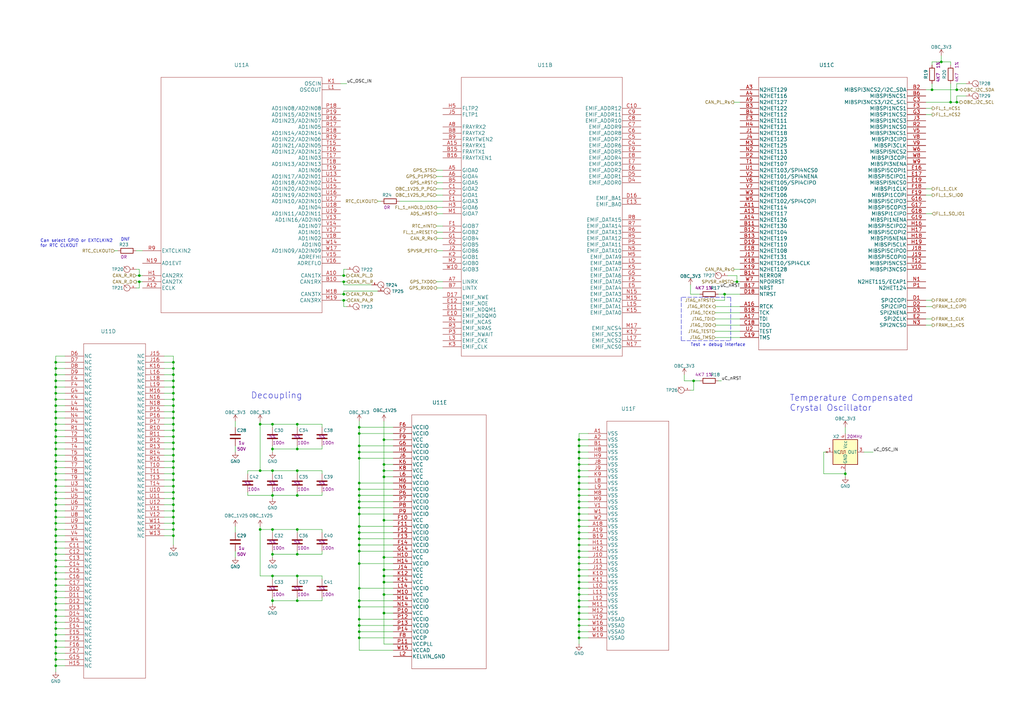
<source format=kicad_sch>
(kicad_sch (version 20211123) (generator eeschema)
  (paper "A3")
  (title_block (title "Singularity OBC - uC") (date "2021-09-20") (rev "PROTO_B_v04") (company "The Flame Trench") (comment 1 "Drawn by:  Ben Cartwright") (comment 2 "Status:  PROTOTYPE") (comment 3 "(c) The Flame Trench 2021") (comment 4 "Licenced under CERN OHLv2-Strong"))
  (junction (at 147.32 210.82))
  (junction (at 302.26 115.57))
  (junction (at 71.12 151.13))
  (junction (at 71.12 181.61))
  (junction (at 22.86 234.95))
  (junction (at 111.76 227.33))
  (junction (at 22.86 229.87))
  (junction (at 147.32 205.74))
  (junction (at 71.12 209.55))
  (junction (at 71.12 173.99))
  (junction (at 392.43 36.83))
  (junction (at 22.86 209.55))
  (junction (at 121.92 173.99))
  (junction (at 111.76 246.38))
  (junction (at 237.49 251.46))
  (junction (at 147.32 261.62))
  (junction (at 147.32 200.66))
  (junction (at 121.92 184.15))
  (junction (at 22.86 219.71))
  (junction (at 22.86 262.89))
  (junction (at 22.86 204.47))
  (junction (at 22.86 173.99))
  (junction (at 237.49 208.28))
  (junction (at 392.43 41.91))
  (junction (at 71.12 219.71))
  (junction (at 22.86 242.57))
  (junction (at 157.48 233.68))
  (junction (at 237.49 231.14))
  (junction (at 22.86 166.37))
  (junction (at 147.32 246.38))
  (junction (at 71.12 171.45))
  (junction (at 157.48 190.5))
  (junction (at 157.48 228.6))
  (junction (at 71.12 156.21))
  (junction (at 22.86 245.11))
  (junction (at 111.76 184.15))
  (junction (at 22.86 163.83))
  (junction (at 22.86 207.01))
  (junction (at 147.32 231.14))
  (junction (at 22.86 260.35))
  (junction (at 71.12 161.29))
  (junction (at 237.49 256.54))
  (junction (at 22.86 151.13))
  (junction (at 237.49 233.68))
  (junction (at 140.97 115.57))
  (junction (at 71.12 217.17))
  (junction (at 147.32 185.42))
  (junction (at 71.12 201.93))
  (junction (at 121.92 227.33))
  (junction (at 237.49 193.04))
  (junction (at 147.32 215.9))
  (junction (at 237.49 187.96))
  (junction (at 57.15 113.03))
  (junction (at 237.49 254))
  (junction (at 157.48 243.84))
  (junction (at 22.86 184.15))
  (junction (at 111.76 236.22))
  (junction (at 22.86 212.09))
  (junction (at 22.86 255.27))
  (junction (at 71.12 191.77))
  (junction (at 389.89 41.91))
  (junction (at 71.12 179.07))
  (junction (at 237.49 200.66))
  (junction (at 147.32 248.92))
  (junction (at 22.86 156.21))
  (junction (at 106.68 173.99))
  (junction (at 22.86 252.73))
  (junction (at 22.86 189.23))
  (junction (at 157.48 213.36))
  (junction (at 147.32 208.28))
  (junction (at 237.49 228.6))
  (junction (at 71.12 189.23))
  (junction (at 147.32 218.44))
  (junction (at 22.86 250.19))
  (junction (at 237.49 213.36))
  (junction (at 71.12 186.69))
  (junction (at 71.12 212.09))
  (junction (at 111.76 203.2))
  (junction (at 157.48 193.04))
  (junction (at 22.86 161.29))
  (junction (at 22.86 176.53))
  (junction (at 22.86 191.77))
  (junction (at 71.12 184.15))
  (junction (at 147.32 187.96))
  (junction (at 237.49 261.62))
  (junction (at 22.86 227.33))
  (junction (at 121.92 217.17))
  (junction (at 237.49 182.88))
  (junction (at 121.92 193.04))
  (junction (at 147.32 175.26))
  (junction (at 237.49 241.3))
  (junction (at 157.48 195.58))
  (junction (at 147.32 223.52))
  (junction (at 22.86 148.59))
  (junction (at 106.68 217.17))
  (junction (at 237.49 210.82))
  (junction (at 22.86 181.61))
  (junction (at 22.86 257.81))
  (junction (at 111.76 173.99))
  (junction (at 147.32 220.98))
  (junction (at 237.49 246.38))
  (junction (at 71.12 166.37))
  (junction (at 237.49 243.84))
  (junction (at 147.32 198.12))
  (junction (at 237.49 185.42))
  (junction (at 147.32 226.06))
  (junction (at 106.68 193.04))
  (junction (at 147.32 182.88))
  (junction (at 22.86 214.63))
  (junction (at 71.12 158.75))
  (junction (at 22.86 171.45))
  (junction (at 22.86 267.97))
  (junction (at 147.32 203.2))
  (junction (at 22.86 240.03))
  (junction (at 237.49 238.76))
  (junction (at 111.76 217.17))
  (junction (at 382.27 36.83))
  (junction (at 71.12 207.01))
  (junction (at 71.12 176.53))
  (junction (at 147.32 241.3))
  (junction (at 22.86 186.69))
  (junction (at 71.12 148.59))
  (junction (at 22.86 270.51))
  (junction (at 237.49 205.74))
  (junction (at 140.97 113.03))
  (junction (at 22.86 194.31))
  (junction (at 22.86 153.67))
  (junction (at 22.86 222.25))
  (junction (at 140.97 123.19))
  (junction (at 147.32 259.08))
  (junction (at 71.12 196.85))
  (junction (at 386.08 25.4))
  (junction (at 121.92 246.38))
  (junction (at 157.48 180.34))
  (junction (at 157.48 236.22))
  (junction (at 237.49 180.34))
  (junction (at 147.32 254))
  (junction (at 71.12 199.39))
  (junction (at 22.86 179.07))
  (junction (at 22.86 247.65))
  (junction (at 71.12 214.63))
  (junction (at 22.86 237.49))
  (junction (at 22.86 168.91))
  (junction (at 22.86 158.75))
  (junction (at 57.15 115.57))
  (junction (at 297.18 120.65))
  (junction (at 22.86 199.39))
  (junction (at 237.49 190.5))
  (junction (at 71.12 153.67))
  (junction (at 237.49 218.44))
  (junction (at 22.86 224.79))
  (junction (at 237.49 203.2))
  (junction (at 140.97 120.65))
  (junction (at 22.86 201.93))
  (junction (at 237.49 236.22))
  (junction (at 147.32 177.8))
  (junction (at 22.86 273.05))
  (junction (at 22.86 196.85))
  (junction (at 237.49 259.08))
  (junction (at 157.48 238.76))
  (junction (at 237.49 198.12))
  (junction (at 147.32 256.54))
  (junction (at 22.86 217.17))
  (junction (at 237.49 195.58))
  (junction (at 71.12 168.91))
  (junction (at 157.48 251.46))
  (junction (at 346.71 194.31))
  (junction (at 237.49 215.9))
  (junction (at 237.49 226.06))
  (junction (at 237.49 223.52))
  (junction (at 71.12 163.83))
  (junction (at 237.49 248.92))
  (junction (at 111.76 193.04))
  (junction (at 71.12 204.47))
  (junction (at 22.86 232.41))
  (junction (at 237.49 220.98))
  (junction (at 284.48 156.21))
  (junction (at 121.92 236.22))
  (junction (at 22.86 265.43))
  (junction (at 71.12 194.31))
  (junction (at 121.92 203.2))
  (wire (pts (xy 147.32 187.96) (xy 161.29 187.96)))
  (wire (pts (xy 382.27 46.99) (xy 379.73 46.99)))
  (wire (pts (xy 71.12 186.69) (xy 71.12 189.23)))
  (wire (pts (xy 181.61 85.09) (xy 179.07 85.09)))
  (wire (pts (xy 241.3 254) (xy 237.49 254)))
  (wire (pts (xy 111.76 182.88) (xy 111.76 184.15)))
  (wire (pts (xy 67.31 212.09) (xy 71.12 212.09)))
  (wire (pts (xy 111.76 227.33) (xy 111.76 228.6)))
  (wire (pts (xy 157.48 193.04) (xy 161.29 193.04)))
  (wire (pts (xy 22.86 227.33) (xy 22.86 229.87)))
  (wire (pts (xy 22.86 196.85) (xy 22.86 199.39)))
  (wire (pts (xy 179.07 97.79) (xy 181.61 97.79)))
  (wire (pts (xy 22.86 217.17) (xy 22.86 219.71)))
  (wire (pts (xy 22.86 209.55) (xy 22.86 212.09)))
  (wire (pts (xy 293.37 135.89) (xy 303.53 135.89)))
  (wire (pts (xy 67.31 158.75) (xy 71.12 158.75)))
  (wire (pts (xy 132.08 246.38) (xy 132.08 245.11)))
  (wire (pts (xy 139.7 113.03) (xy 140.97 113.03)))
  (wire (pts (xy 237.49 228.6) (xy 237.49 231.14)))
  (wire (pts (xy 26.67 168.91) (xy 22.86 168.91)))
  (wire (pts (xy 71.12 204.47) (xy 71.12 207.01)))
  (wire (pts (xy 22.86 273.05) (xy 22.86 275.59)))
  (wire (pts (xy 386.08 22.86) (xy 386.08 25.4)))
  (wire (pts (xy 67.31 196.85) (xy 71.12 196.85)))
  (wire (pts (xy 241.3 200.66) (xy 237.49 200.66)))
  (wire (pts (xy 22.86 156.21) (xy 22.86 158.75)))
  (wire (pts (xy 157.48 238.76) (xy 161.29 238.76)))
  (wire (pts (xy 22.86 222.25) (xy 22.86 224.79)))
  (wire (pts (xy 67.31 151.13) (xy 71.12 151.13)))
  (wire (pts (xy 22.86 176.53) (xy 22.86 179.07)))
  (wire (pts (xy 140.97 119.38) (xy 140.97 120.65)))
  (wire (pts (xy 147.32 241.3) (xy 147.32 231.14)))
  (wire (pts (xy 303.53 138.43) (xy 293.37 138.43)))
  (wire (pts (xy 67.31 156.21) (xy 71.12 156.21)))
  (wire (pts (xy 147.32 187.96) (xy 147.32 198.12)))
  (wire (pts (xy 101.6 203.2) (xy 101.6 201.93)))
  (wire (pts (xy 237.49 198.12) (xy 237.49 200.66)))
  (wire (pts (xy 71.12 207.01) (xy 71.12 209.55)))
  (wire (pts (xy 121.92 227.33) (xy 121.92 226.06)))
  (wire (pts (xy 67.31 148.59) (xy 71.12 148.59)))
  (wire (pts (xy 71.12 168.91) (xy 71.12 171.45)))
  (wire (pts (xy 161.29 220.98) (xy 147.32 220.98)))
  (wire (pts (xy 147.32 175.26) (xy 147.32 177.8)))
  (wire (pts (xy 26.67 204.47) (xy 22.86 204.47)))
  (wire (pts (xy 280.67 156.21) (xy 280.67 153.67)))
  (wire (pts (xy 121.92 173.99) (xy 132.08 173.99)))
  (wire (pts (xy 111.76 203.2) (xy 111.76 204.47)))
  (wire (pts (xy 22.86 146.05) (xy 26.67 146.05)))
  (wire (pts (xy 241.3 190.5) (xy 237.49 190.5)))
  (wire (pts (xy 157.48 190.5) (xy 157.48 193.04)))
  (wire (pts (xy 22.86 148.59) (xy 22.86 151.13)))
  (wire (pts (xy 22.86 186.69) (xy 22.86 189.23)))
  (wire (pts (xy 106.68 193.04) (xy 111.76 193.04)))
  (wire (pts (xy 26.67 151.13) (xy 22.86 151.13)))
  (wire (pts (xy 241.3 195.58) (xy 237.49 195.58)))
  (wire (pts (xy 22.86 229.87) (xy 22.86 232.41)))
  (wire (pts (xy 237.49 261.62) (xy 241.3 261.62)))
  (wire (pts (xy 26.67 222.25) (xy 22.86 222.25)))
  (wire (pts (xy 26.67 270.51) (xy 22.86 270.51)))
  (wire (pts (xy 22.86 173.99) (xy 22.86 176.53)))
  (wire (pts (xy 241.3 233.68) (xy 237.49 233.68)))
  (wire (pts (xy 71.12 171.45) (xy 71.12 173.99)))
  (wire (pts (xy 161.29 246.38) (xy 147.32 246.38)))
  (wire (pts (xy 295.91 156.21) (xy 294.64 156.21)))
  (wire (pts (xy 22.86 168.91) (xy 22.86 171.45)))
  (wire (pts (xy 287.02 156.21) (xy 284.48 156.21)))
  (wire (pts (xy 26.67 171.45) (xy 22.86 171.45)))
  (wire (pts (xy 302.26 113.03) (xy 302.26 115.57)))
  (wire (pts (xy 389.89 41.91) (xy 392.43 41.91)))
  (wire (pts (xy 67.31 168.91) (xy 71.12 168.91)))
  (wire (pts (xy 22.86 184.15) (xy 22.86 186.69)))
  (wire (pts (xy 241.3 177.8) (xy 237.49 177.8)))
  (wire (pts (xy 22.86 214.63) (xy 22.86 217.17)))
  (wire (pts (xy 147.32 218.44) (xy 147.32 215.9)))
  (wire (pts (xy 111.76 201.93) (xy 111.76 203.2)))
  (wire (pts (xy 179.07 102.87) (xy 181.61 102.87)))
  (wire (pts (xy 26.67 219.71) (xy 22.86 219.71)))
  (wire (pts (xy 237.49 243.84) (xy 237.49 246.38)))
  (wire (pts (xy 147.32 177.8) (xy 161.29 177.8)))
  (wire (pts (xy 71.12 146.05) (xy 71.12 148.59)))
  (wire (pts (xy 237.49 231.14) (xy 237.49 233.68)))
  (wire (pts (xy 293.37 130.81) (xy 303.53 130.81)))
  (wire (pts (xy 57.15 118.11) (xy 57.15 115.57)))
  (wire (pts (xy 157.48 236.22) (xy 157.48 238.76)))
  (wire (pts (xy 293.37 128.27) (xy 303.53 128.27)))
  (wire (pts (xy 22.86 255.27) (xy 22.86 257.81)))
  (wire (pts (xy 181.61 80.01) (xy 179.07 80.01)))
  (wire (pts (xy 111.76 246.38) (xy 121.92 246.38)))
  (wire (pts (xy 96.52 175.26) (xy 96.52 172.72)))
  (wire (pts (xy 287.02 120.65) (xy 283.21 120.65)))
  (wire (pts (xy 241.3 187.96) (xy 237.49 187.96)))
  (wire (pts (xy 67.31 214.63) (xy 71.12 214.63)))
  (wire (pts (xy 147.32 256.54) (xy 147.32 259.08)))
  (wire (pts (xy 121.92 173.99) (xy 121.92 175.26)))
  (wire (pts (xy 71.12 176.53) (xy 71.12 179.07)))
  (wire (pts (xy 26.67 214.63) (xy 22.86 214.63)))
  (wire (pts (xy 237.49 218.44) (xy 237.49 220.98)))
  (wire (pts (xy 26.67 265.43) (xy 22.86 265.43)))
  (wire (pts (xy 22.86 252.73) (xy 22.86 255.27)))
  (wire (pts (xy 22.86 242.57) (xy 22.86 245.11)))
  (wire (pts (xy 71.12 179.07) (xy 71.12 181.61)))
  (wire (pts (xy 163.83 82.55) (xy 181.61 82.55)))
  (wire (pts (xy 106.68 217.17) (xy 106.68 236.22)))
  (wire (pts (xy 22.86 166.37) (xy 22.86 168.91)))
  (wire (pts (xy 26.67 224.79) (xy 22.86 224.79)))
  (wire (pts (xy 237.49 208.28) (xy 237.49 210.82)))
  (wire (pts (xy 147.32 254) (xy 147.32 256.54)))
  (wire (pts (xy 161.29 208.28) (xy 147.32 208.28)))
  (wire (pts (xy 22.86 262.89) (xy 22.86 265.43)))
  (wire (pts (xy 26.67 232.41) (xy 22.86 232.41)))
  (wire (pts (xy 147.32 220.98) (xy 147.32 218.44)))
  (wire (pts (xy 22.86 191.77) (xy 22.86 194.31)))
  (wire (pts (xy 152.4 116.84) (xy 140.97 116.84)))
  (wire (pts (xy 26.67 181.61) (xy 22.86 181.61)))
  (wire (pts (xy 237.49 182.88) (xy 237.49 185.42)))
  (wire (pts (xy 121.92 203.2) (xy 132.08 203.2)))
  (wire (pts (xy 241.3 228.6) (xy 237.49 228.6)))
  (wire (pts (xy 241.3 205.74) (xy 237.49 205.74)))
  (wire (pts (xy 241.3 243.84) (xy 237.49 243.84)))
  (wire (pts (xy 121.92 246.38) (xy 121.92 245.11)))
  (wire (pts (xy 237.49 248.92) (xy 237.49 251.46)))
  (wire (pts (xy 22.86 212.09) (xy 22.86 214.63)))
  (wire (pts (xy 241.3 185.42) (xy 237.49 185.42)))
  (wire (pts (xy 237.49 246.38) (xy 237.49 248.92)))
  (wire (pts (xy 106.68 215.9) (xy 106.68 217.17)))
  (wire (pts (xy 147.32 246.38) (xy 147.32 241.3)))
  (wire (pts (xy 392.43 41.91) (xy 393.7 41.91)))
  (wire (pts (xy 241.3 220.98) (xy 237.49 220.98)))
  (wire (pts (xy 57.15 115.57) (xy 58.42 115.57)))
  (wire (pts (xy 140.97 115.57) (xy 142.24 115.57)))
  (wire (pts (xy 22.86 257.81) (xy 22.86 260.35)))
  (wire (pts (xy 67.31 204.47) (xy 71.12 204.47)))
  (wire (pts (xy 67.31 161.29) (xy 71.12 161.29)))
  (wire (pts (xy 389.89 25.4) (xy 386.08 25.4)))
  (wire (pts (xy 241.3 231.14) (xy 237.49 231.14)))
  (wire (pts (xy 22.86 179.07) (xy 22.86 181.61)))
  (wire (pts (xy 142.24 34.29) (xy 139.7 34.29)))
  (wire (pts (xy 55.88 113.03) (xy 57.15 113.03)))
  (wire (pts (xy 96.52 185.42) (xy 96.52 182.88)))
  (polyline (pts (xy 279.4 121.92) (xy 279.4 139.7)))
  (wire (pts (xy 300.99 115.57) (xy 302.26 115.57)))
  (wire (pts (xy 55.88 118.11) (xy 57.15 118.11)))
  (wire (pts (xy 157.48 180.34) (xy 161.29 180.34)))
  (wire (pts (xy 26.67 176.53) (xy 22.86 176.53)))
  (wire (pts (xy 67.31 199.39) (xy 71.12 199.39)))
  (wire (pts (xy 237.49 251.46) (xy 237.49 254)))
  (wire (pts (xy 71.12 148.59) (xy 71.12 151.13)))
  (wire (pts (xy 161.29 203.2) (xy 147.32 203.2)))
  (polyline (pts (xy 279.4 139.7) (xy 299.72 139.7)))
  (wire (pts (xy 22.86 245.11) (xy 22.86 247.65)))
  (wire (pts (xy 111.76 193.04) (xy 121.92 193.04)))
  (wire (pts (xy 140.97 116.84) (xy 140.97 115.57)))
  (wire (pts (xy 67.31 201.93) (xy 71.12 201.93)))
  (wire (pts (xy 157.48 228.6) (xy 161.29 228.6)))
  (wire (pts (xy 26.67 212.09) (xy 22.86 212.09)))
  (wire (pts (xy 161.29 256.54) (xy 147.32 256.54)))
  (wire (pts (xy 22.86 247.65) (xy 22.86 250.19)))
  (wire (pts (xy 26.67 158.75) (xy 22.86 158.75)))
  (wire (pts (xy 111.76 246.38) (xy 111.76 247.65)))
  (wire (pts (xy 147.32 223.52) (xy 147.32 220.98)))
  (wire (pts (xy 382.27 36.83) (xy 382.27 34.29)))
  (wire (pts (xy 379.73 41.91) (xy 389.89 41.91)))
  (wire (pts (xy 241.3 223.52) (xy 237.49 223.52)))
  (wire (pts (xy 181.61 115.57) (xy 179.07 115.57)))
  (wire (pts (xy 237.49 236.22) (xy 237.49 238.76)))
  (wire (pts (xy 132.08 227.33) (xy 132.08 226.06)))
  (wire (pts (xy 26.67 229.87) (xy 22.86 229.87)))
  (wire (pts (xy 237.49 177.8) (xy 237.49 180.34)))
  (wire (pts (xy 147.32 248.92) (xy 147.32 254)))
  (wire (pts (xy 22.86 207.01) (xy 22.86 209.55)))
  (wire (pts (xy 157.48 243.84) (xy 157.48 251.46)))
  (wire (pts (xy 55.88 102.87) (xy 58.42 102.87)))
  (wire (pts (xy 55.88 115.57) (xy 57.15 115.57)))
  (wire (pts (xy 142.24 123.19) (xy 140.97 123.19)))
  (wire (pts (xy 147.32 259.08) (xy 147.32 261.62)))
  (wire (pts (xy 140.97 113.03) (xy 142.24 113.03)))
  (wire (pts (xy 22.86 199.39) (xy 22.86 201.93)))
  (wire (pts (xy 298.45 113.03) (xy 302.26 113.03)))
  (wire (pts (xy 147.32 182.88) (xy 161.29 182.88)))
  (wire (pts (xy 157.48 172.72) (xy 157.48 180.34)))
  (wire (pts (xy 121.92 182.88) (xy 121.92 184.15)))
  (wire (pts (xy 382.27 123.19) (xy 379.73 123.19)))
  (wire (pts (xy 142.24 125.73) (xy 140.97 125.73)))
  (wire (pts (xy 111.76 217.17) (xy 111.76 218.44)))
  (wire (pts (xy 26.67 245.11) (xy 22.86 245.11)))
  (wire (pts (xy 71.12 151.13) (xy 71.12 153.67)))
  (wire (pts (xy 22.86 267.97) (xy 22.86 270.51)))
  (wire (pts (xy 241.3 259.08) (xy 237.49 259.08)))
  (wire (pts (xy 22.86 224.79) (xy 22.86 227.33)))
  (wire (pts (xy 67.31 163.83) (xy 71.12 163.83)))
  (wire (pts (xy 67.31 173.99) (xy 71.12 173.99)))
  (wire (pts (xy 147.32 210.82) (xy 147.32 208.28)))
  (wire (pts (xy 154.94 119.38) (xy 140.97 119.38)))
  (wire (pts (xy 67.31 171.45) (xy 71.12 171.45)))
  (wire (pts (xy 71.12 194.31) (xy 71.12 196.85)))
  (wire (pts (xy 237.49 220.98) (xy 237.49 223.52)))
  (wire (pts (xy 111.76 217.17) (xy 121.92 217.17)))
  (wire (pts (xy 121.92 184.15) (xy 111.76 184.15)))
  (wire (pts (xy 237.49 238.76) (xy 237.49 241.3)))
  (wire (pts (xy 22.86 146.05) (xy 22.86 148.59)))
  (wire (pts (xy 71.12 181.61) (xy 71.12 184.15)))
  (wire (pts (xy 241.3 236.22) (xy 237.49 236.22)))
  (wire (pts (xy 26.67 201.93) (xy 22.86 201.93)))
  (wire (pts (xy 26.67 267.97) (xy 22.86 267.97)))
  (wire (pts (xy 71.12 217.17) (xy 71.12 219.71)))
  (wire (pts (xy 140.97 110.49) (xy 140.97 113.03)))
  (wire (pts (xy 147.32 177.8) (xy 147.32 182.88)))
  (wire (pts (xy 111.76 173.99) (xy 121.92 173.99)))
  (wire (pts (xy 161.29 226.06) (xy 147.32 226.06)))
  (wire (pts (xy 22.86 204.47) (xy 22.86 207.01)))
  (wire (pts (xy 22.86 265.43) (xy 22.86 267.97)))
  (wire (pts (xy 111.76 236.22) (xy 111.76 237.49)))
  (wire (pts (xy 57.15 110.49) (xy 57.15 113.03)))
  (wire (pts (xy 241.3 193.04) (xy 237.49 193.04)))
  (wire (pts (xy 237.49 185.42) (xy 237.49 187.96)))
  (wire (pts (xy 111.76 226.06) (xy 111.76 227.33)))
  (wire (pts (xy 71.12 153.67) (xy 71.12 156.21)))
  (wire (pts (xy 22.86 219.71) (xy 22.86 222.25)))
  (wire (pts (xy 22.86 201.93) (xy 22.86 204.47)))
  (wire (pts (xy 241.3 215.9) (xy 237.49 215.9)))
  (wire (pts (xy 241.3 256.54) (xy 237.49 256.54)))
  (wire (pts (xy 179.07 87.63) (xy 181.61 87.63)))
  (wire (pts (xy 241.3 210.82) (xy 237.49 210.82)))
  (wire (pts (xy 22.86 181.61) (xy 22.86 184.15)))
  (wire (pts (xy 26.67 191.77) (xy 22.86 191.77)))
  (wire (pts (xy 147.32 198.12) (xy 147.32 200.66)))
  (wire (pts (xy 106.68 217.17) (xy 111.76 217.17)))
  (wire (pts (xy 161.29 241.3) (xy 147.32 241.3)))
  (wire (pts (xy 346.71 175.26) (xy 346.71 177.8)))
  (wire (pts (xy 147.32 248.92) (xy 147.32 246.38)))
  (wire (pts (xy 181.61 95.25) (xy 179.07 95.25)))
  (wire (pts (xy 111.76 203.2) (xy 121.92 203.2)))
  (wire (pts (xy 157.48 264.16) (xy 161.29 264.16)))
  (wire (pts (xy 71.12 161.29) (xy 71.12 163.83)))
  (wire (pts (xy 147.32 198.12) (xy 161.29 198.12)))
  (wire (pts (xy 300.99 110.49) (xy 303.53 110.49)))
  (wire (pts (xy 337.82 185.42) (xy 337.82 194.31)))
  (wire (pts (xy 121.92 193.04) (xy 132.08 193.04)))
  (wire (pts (xy 161.29 254) (xy 147.32 254)))
  (wire (pts (xy 147.32 215.9) (xy 147.32 210.82)))
  (wire (pts (xy 237.49 233.68) (xy 237.49 236.22)))
  (wire (pts (xy 26.67 153.67) (xy 22.86 153.67)))
  (wire (pts (xy 241.3 246.38) (xy 237.49 246.38)))
  (wire (pts (xy 396.24 34.29) (xy 392.43 34.29)))
  (wire (pts (xy 161.29 210.82) (xy 147.32 210.82)))
  (wire (pts (xy 67.31 217.17) (xy 71.12 217.17)))
  (wire (pts (xy 382.27 80.01) (xy 379.73 80.01)))
  (wire (pts (xy 67.31 209.55) (xy 71.12 209.55)))
  (wire (pts (xy 237.49 203.2) (xy 237.49 205.74)))
  (wire (pts (xy 71.12 219.71) (xy 71.12 223.52)))
  (wire (pts (xy 382.27 36.83) (xy 379.73 36.83)))
  (wire (pts (xy 121.92 217.17) (xy 132.08 217.17)))
  (wire (pts (xy 154.94 82.55) (xy 156.21 82.55)))
  (wire (pts (xy 121.92 246.38) (xy 132.08 246.38)))
  (wire (pts (xy 67.31 184.15) (xy 71.12 184.15)))
  (wire (pts (xy 26.67 194.31) (xy 22.86 194.31)))
  (wire (pts (xy 379.73 130.81) (xy 382.27 130.81)))
  (wire (pts (xy 161.29 205.74) (xy 147.32 205.74)))
  (wire (pts (xy 22.86 153.67) (xy 22.86 156.21)))
  (wire (pts (xy 339.09 185.42) (xy 337.82 185.42)))
  (wire (pts (xy 26.67 186.69) (xy 22.86 186.69)))
  (wire (pts (xy 71.12 166.37) (xy 71.12 168.91)))
  (wire (pts (xy 71.12 158.75) (xy 71.12 161.29)))
  (wire (pts (xy 337.82 194.31) (xy 346.71 194.31)))
  (wire (pts (xy 241.3 180.34) (xy 237.49 180.34)))
  (wire (pts (xy 147.32 203.2) (xy 147.32 200.66)))
  (wire (pts (xy 303.53 120.65) (xy 297.18 120.65)))
  (wire (pts (xy 111.76 173.99) (xy 111.76 175.26)))
  (wire (pts (xy 26.67 156.21) (xy 22.86 156.21)))
  (wire (pts (xy 392.43 34.29) (xy 392.43 36.83)))
  (wire (pts (xy 147.32 226.06) (xy 147.32 223.52)))
  (wire (pts (xy 237.49 200.66) (xy 237.49 203.2)))
  (wire (pts (xy 26.67 184.15) (xy 22.86 184.15)))
  (wire (pts (xy 147.32 266.7) (xy 147.32 261.62)))
  (wire (pts (xy 121.92 236.22) (xy 132.08 236.22)))
  (wire (pts (xy 382.27 36.83) (xy 392.43 36.83)))
  (wire (pts (xy 283.21 160.02) (xy 284.48 160.02)))
  (wire (pts (xy 142.24 110.49) (xy 140.97 110.49)))
  (wire (pts (xy 237.49 213.36) (xy 237.49 215.9)))
  (wire (pts (xy 181.61 118.11) (xy 179.07 118.11)))
  (wire (pts (xy 22.86 232.41) (xy 22.86 234.95)))
  (wire (pts (xy 157.48 213.36) (xy 161.29 213.36)))
  (wire (pts (xy 161.29 266.7) (xy 147.32 266.7)))
  (wire (pts (xy 111.76 184.15) (xy 111.76 185.42)))
  (wire (pts (xy 71.12 156.21) (xy 71.12 158.75)))
  (wire (pts (xy 111.76 227.33) (xy 121.92 227.33)))
  (wire (pts (xy 389.89 34.29) (xy 389.89 41.91)))
  (wire (pts (xy 106.68 236.22) (xy 111.76 236.22)))
  (wire (pts (xy 237.49 261.62) (xy 237.49 264.16)))
  (wire (pts (xy 26.67 247.65) (xy 22.86 247.65)))
  (wire (pts (xy 67.31 189.23) (xy 71.12 189.23)))
  (wire (pts (xy 396.24 39.37) (xy 392.43 39.37)))
  (wire (pts (xy 121.92 193.04) (xy 121.92 194.31)))
  (wire (pts (xy 26.67 240.03) (xy 22.86 240.03)))
  (wire (pts (xy 237.49 205.74) (xy 237.49 208.28)))
  (wire (pts (xy 237.49 254) (xy 237.49 256.54)))
  (polyline (pts (xy 299.72 121.92) (xy 279.4 121.92)))
  (wire (pts (xy 71.12 212.09) (xy 71.12 214.63)))
  (wire (pts (xy 237.49 180.34) (xy 237.49 182.88)))
  (wire (pts (xy 181.61 69.85) (xy 179.07 69.85)))
  (wire (pts (xy 22.86 189.23) (xy 22.86 191.77)))
  (wire (pts (xy 26.67 252.73) (xy 22.86 252.73)))
  (wire (pts (xy 22.86 163.83) (xy 22.86 166.37)))
  (wire (pts (xy 161.29 248.92) (xy 147.32 248.92)))
  (wire (pts (xy 293.37 123.19) (xy 297.18 123.19)))
  (wire (pts (xy 346.71 193.04) (xy 346.71 194.31)))
  (wire (pts (xy 237.49 193.04) (xy 237.49 195.58)))
  (wire (pts (xy 147.32 182.88) (xy 147.32 185.42)))
  (wire (pts (xy 181.61 74.93) (xy 179.07 74.93)))
  (wire (pts (xy 71.12 191.77) (xy 71.12 194.31)))
  (wire (pts (xy 346.71 194.31) (xy 346.71 195.58)))
  (wire (pts (xy 71.12 196.85) (xy 71.12 199.39)))
  (wire (pts (xy 354.33 185.42) (xy 358.14 185.42)))
  (wire (pts (xy 147.32 208.28) (xy 147.32 205.74)))
  (wire (pts (xy 237.49 210.82) (xy 237.49 213.36)))
  (wire (pts (xy 26.67 250.19) (xy 22.86 250.19)))
  (wire (pts (xy 237.49 226.06) (xy 237.49 228.6)))
  (wire (pts (xy 140.97 120.65) (xy 139.7 120.65)))
  (wire (pts (xy 161.29 231.14) (xy 147.32 231.14)))
  (wire (pts (xy 101.6 193.04) (xy 101.6 194.31)))
  (wire (pts (xy 157.48 228.6) (xy 157.48 233.68)))
  (wire (pts (xy 22.86 151.13) (xy 22.86 153.67)))
  (wire (pts (xy 121.92 227.33) (xy 132.08 227.33)))
  (wire (pts (xy 71.12 189.23) (xy 71.12 191.77)))
  (wire (pts (xy 121.92 217.17) (xy 121.92 218.44)))
  (wire (pts (xy 46.99 102.87) (xy 48.26 102.87)))
  (wire (pts (xy 303.53 133.35) (xy 293.37 133.35)))
  (wire (pts (xy 241.3 238.76) (xy 237.49 238.76)))
  (wire (pts (xy 111.76 203.2) (xy 101.6 203.2)))
  (wire (pts (xy 389.89 26.67) (xy 389.89 25.4)))
  (wire (pts (xy 121.92 184.15) (xy 132.08 184.15)))
  (wire (pts (xy 283.21 120.65) (xy 283.21 116.84)))
  (wire (pts (xy 157.48 180.34) (xy 157.48 190.5)))
  (wire (pts (xy 147.32 185.42) (xy 147.32 187.96)))
  (wire (pts (xy 67.31 176.53) (xy 71.12 176.53)))
  (wire (pts (xy 132.08 236.22) (xy 132.08 237.49)))
  (wire (pts (xy 237.49 259.08) (xy 237.49 261.62)))
  (wire (pts (xy 157.48 251.46) (xy 157.48 264.16)))
  (wire (pts (xy 111.76 245.11) (xy 111.76 246.38)))
  (wire (pts (xy 67.31 153.67) (xy 71.12 153.67)))
  (wire (pts (xy 67.31 207.01) (xy 71.12 207.01)))
  (wire (pts (xy 26.67 262.89) (xy 22.86 262.89)))
  (wire (pts (xy 132.08 203.2) (xy 132.08 201.93)))
  (wire (pts (xy 241.3 226.06) (xy 237.49 226.06)))
  (wire (pts (xy 157.48 213.36) (xy 157.48 228.6)))
  (wire (pts (xy 302.26 115.57) (xy 303.53 115.57)))
  (wire (pts (xy 297.18 123.19) (xy 297.18 120.65)))
  (wire (pts (xy 121.92 203.2) (xy 121.92 201.93)))
  (wire (pts (xy 67.31 146.05) (xy 71.12 146.05)))
  (wire (pts (xy 26.67 207.01) (xy 22.86 207.01)))
  (wire (pts (xy 157.48 236.22) (xy 161.29 236.22)))
  (wire (pts (xy 71.12 201.93) (xy 71.12 204.47)))
  (wire (pts (xy 71.12 184.15) (xy 71.12 186.69)))
  (wire (pts (xy 71.12 163.83) (xy 71.12 166.37)))
  (wire (pts (xy 67.31 219.71) (xy 71.12 219.71)))
  (wire (pts (xy 300.99 41.91) (xy 303.53 41.91)))
  (wire (pts (xy 26.67 196.85) (xy 22.86 196.85)))
  (wire (pts (xy 26.67 257.81) (xy 22.86 257.81)))
  (wire (pts (xy 241.3 248.92) (xy 237.49 248.92)))
  (wire (pts (xy 147.32 205.74) (xy 147.32 203.2)))
  (wire (pts (xy 26.67 163.83) (xy 22.86 163.83)))
  (wire (pts (xy 181.61 92.71) (xy 179.07 92.71)))
  (wire (pts (xy 67.31 166.37) (xy 71.12 166.37)))
  (wire (pts (xy 67.31 181.61) (xy 71.12 181.61)))
  (wire (pts (xy 22.86 234.95) (xy 22.86 237.49)))
  (wire (pts (xy 241.3 198.12) (xy 237.49 198.12)))
  (wire (pts (xy 161.29 259.08) (xy 147.32 259.08)))
  (wire (pts (xy 26.67 260.35) (xy 22.86 260.35)))
  (wire (pts (xy 26.67 237.49) (xy 22.86 237.49)))
  (wire (pts (xy 392.43 39.37) (xy 392.43 41.91)))
  (wire (pts (xy 132.08 193.04) (xy 132.08 194.31)))
  (wire (pts (xy 106.68 173.99) (xy 111.76 173.99)))
  (wire (pts (xy 147.32 200.66) (xy 161.29 200.66)))
  (wire (pts (xy 57.15 113.03) (xy 58.42 113.03)))
  (wire (pts (xy 26.67 166.37) (xy 22.86 166.37)))
  (wire (pts (xy 157.48 238.76) (xy 157.48 243.84)))
  (wire (pts (xy 22.86 240.03) (xy 22.86 242.57)))
  (wire (pts (xy 241.3 251.46) (xy 237.49 251.46)))
  (wire (pts (xy 67.31 179.07) (xy 71.12 179.07)))
  (wire (pts (xy 106.68 173.99) (xy 106.68 193.04)))
  (wire (pts (xy 111.76 236.22) (xy 121.92 236.22)))
  (wire (pts (xy 147.32 172.72) (xy 147.32 175.26)))
  (wire (pts (xy 67.31 191.77) (xy 71.12 191.77)))
  (wire (pts (xy 147.32 261.62) (xy 161.29 261.62)))
  (wire (pts (xy 121.92 236.22) (xy 121.92 237.49)))
  (wire (pts (xy 157.48 243.84) (xy 161.29 243.84)))
  (wire (pts (xy 140.97 125.73) (xy 140.97 123.19)))
  (wire (pts (xy 139.7 115.57) (xy 140.97 115.57)))
  (wire (pts (xy 140.97 123.19) (xy 139.7 123.19)))
  (wire (pts (xy 26.67 148.59) (xy 22.86 148.59)))
  (wire (pts (xy 22.86 250.19) (xy 22.86 252.73)))
  (wire (pts (xy 161.29 223.52) (xy 147.32 223.52)))
  (wire (pts (xy 284.48 160.02) (xy 284.48 156.21)))
  (wire (pts (xy 379.73 77.47) (xy 382.27 77.47)))
  (wire (pts (xy 106.68 172.72) (xy 106.68 173.99)))
  (wire (pts (xy 71.12 173.99) (xy 71.12 176.53)))
  (wire (pts (xy 71.12 214.63) (xy 71.12 217.17)))
  (wire (pts (xy 106.68 193.04) (xy 101.6 193.04)))
  (wire (pts (xy 157.48 195.58) (xy 157.48 213.36)))
  (wire (pts (xy 67.31 194.31) (xy 71.12 194.31)))
  (wire (pts (xy 237.49 195.58) (xy 237.49 198.12)))
  (wire (pts (xy 157.48 190.5) (xy 161.29 190.5)))
  (wire (pts (xy 132.08 173.99) (xy 132.08 175.26)))
  (wire (pts (xy 67.31 186.69) (xy 71.12 186.69)))
  (wire (pts (xy 22.86 194.31) (xy 22.86 196.85)))
  (wire (pts (xy 147.32 185.42) (xy 161.29 185.42)))
  (wire (pts (xy 379.73 125.73) (xy 382.27 125.73)))
  (wire (pts (xy 26.67 199.39) (xy 22.86 199.39)))
  (wire (pts (xy 237.49 187.96) (xy 237.49 190.5)))
  (wire (pts (xy 157.48 195.58) (xy 161.29 195.58)))
  (wire (pts (xy 157.48 251.46) (xy 161.29 251.46)))
  (wire (pts (xy 142.24 120.65) (xy 140.97 120.65)))
  (wire (pts (xy 237.49 223.52) (xy 237.49 226.06)))
  (wire (pts (xy 55.88 110.49) (xy 57.15 110.49)))
  (wire (pts (xy 96.52 218.44) (xy 96.52 215.9)))
  (wire (pts (xy 26.67 173.99) (xy 22.86 173.99)))
  (wire (pts (xy 241.3 208.28) (xy 237.49 208.28)))
  (wire (pts (xy 237.49 256.54) (xy 237.49 259.08)))
  (wire (pts (xy 237.49 241.3) (xy 237.49 243.84)))
  (wire (pts (xy 379.73 133.35) (xy 382.27 133.35)))
  (wire (pts (xy 241.3 241.3) (xy 237.49 241.3)))
  (wire (pts (xy 392.43 36.83) (xy 393.7 36.83)))
  (wire (pts (xy 22.86 161.29) (xy 22.86 163.83)))
  (wire (pts (xy 297.18 120.65) (xy 294.64 120.65)))
  (wire (pts (xy 293.37 125.73) (xy 303.53 125.73)))
  (wire (pts (xy 241.3 218.44) (xy 237.49 218.44)))
  (wire (pts (xy 26.67 242.57) (xy 22.86 242.57)))
  (wire (pts (xy 96.52 228.6) (xy 96.52 226.06)))
  (wire (pts (xy 382.27 25.4) (xy 386.08 25.4)))
  (wire (pts (xy 241.3 213.36) (xy 237.49 213.36)))
  (wire (pts (xy 181.61 72.39) (xy 179.07 72.39)))
  (wire (pts (xy 382.27 87.63) (xy 379.73 87.63)))
  (wire (pts (xy 157.48 233.68) (xy 157.48 236.22)))
  (wire (pts (xy 237.49 190.5) (xy 237.49 193.04)))
  (wire (pts (xy 26.67 161.29) (xy 22.86 161.29)))
  (wire (pts (xy 284.48 156.21) (xy 280.67 156.21)))
  (wire (pts (xy 111.76 193.04) (xy 111.76 194.31)))
  (wire (pts (xy 26.67 189.23) (xy 22.86 189.23)))
  (wire (pts (xy 26.67 227.33) (xy 22.86 227.33)))
  (wire (pts (xy 382.27 44.45) (xy 379.73 44.45)))
  (wire (pts (xy 132.08 217.17) (xy 132.08 218.44)))
  (wire (pts (xy 22.86 237.49) (xy 22.86 240.03)))
  (wire (pts (xy 26.67 217.17) (xy 22.86 217.17)))
  (wire (pts (xy 26.67 209.55) (xy 22.86 209.55)))
  (wire (pts (xy 237.49 215.9) (xy 237.49 218.44)))
  (wire (pts (xy 157.48 193.04) (xy 157.48 195.58)))
  (wire (pts (xy 22.86 158.75) (xy 22.86 161.29)))
  (wire (pts (xy 147.32 175.26) (xy 161.29 175.26)))
  (wire (pts (xy 147.32 231.14) (xy 147.32 226.06)))
  (wire (pts (xy 22.86 260.35) (xy 22.86 262.89)))
  (wire (pts (xy 71.12 209.55) (xy 71.12 212.09)))
  (wire (pts (xy 157.48 233.68) (xy 161.29 233.68)))
  (wire (pts (xy 71.12 199.39) (xy 71.12 201.93)))
  (wire (pts (xy 241.3 203.2) (xy 237.49 203.2)))
  (wire (pts (xy 26.67 234.95) (xy 22.86 234.95)))
  (wire (pts (xy 26.67 179.07) (xy 22.86 179.07)))
  (polyline (pts (xy 299.72 139.7) (xy 299.72 121.92)))
  (wire (pts (xy 26.67 255.27) (xy 22.86 255.27)))
  (wire (pts (xy 181.61 77.47) (xy 179.07 77.47)))
  (wire (pts (xy 132.08 184.15) (xy 132.08 182.88)))
  (wire (pts (xy 22.86 270.51) (xy 22.86 273.05)))
  (wire (pts (xy 26.67 273.05) (xy 22.86 273.05)))
  (wire (pts (xy 382.27 26.67) (xy 382.27 25.4)))
  (wire (pts (xy 161.29 218.44) (xy 147.32 218.44)))
  (wire (pts (xy 161.29 215.9) (xy 147.32 215.9)))
  (wire (pts (xy 22.86 171.45) (xy 22.86 173.99)))
  (wire (pts (xy 241.3 182.88) (xy 237.49 182.88)))
  (text "Decoupling" (at 102.87 163.83 0) (effects (font (size 2.54 2.54)) (justify left bottom)))
  (text "Can select GPIO or EXTCLKIN2\nfor RTC CLKOUT" (at 16.51 101.6 0) (effects (font (size 1.27 1.27)) (justify left bottom)))
  (text "Test + debug interface" (at 283.21 142.24 0) (effects (font (size 1.27 1.27)) (justify left bottom)))
  (text "Temperature Compensated \nCrystal Oscillator" (at 323.85 168.91 0) (effects (font (size 2.54 2.54)) (justify left bottom)))
  (text "DNF" (at 49.53 99.06 0) (effects (font (size 1.27 1.27)) (justify left bottom)))
  (label "uC_nRST" (at 295.91 156.21 0))
  (label "uC_nRST" (at 303.53 118.11 180))
  (label "uC_OSC_IN" (at 142.24 34.29 0))
  (label "uC_OSC_IN" (at 358.14 185.42 0))
  (hierarchical_label "CAN_PA_R" (shape input) (at 142.24 123.19 0))
  (hierarchical_label "FRAM_1_CIPO" (shape input) (at 382.27 125.73 0))
  (hierarchical_label "RTC_nINT" (shape input) (at 179.07 92.71 180))
  (hierarchical_label "SPVSR_PET" (shape output) (at 179.07 102.87 180))
  (hierarchical_label "JTAG_TCK" (shape input) (at 293.37 128.27 180))
  (hierarchical_label "GPS_RXD0" (shape output) (at 179.07 118.11 180))
  (hierarchical_label "FL_1_CLK" (shape output) (at 382.27 77.47 0))
  (hierarchical_label "FRAM_1_COPI" (shape output) (at 382.27 123.19 0))
  (hierarchical_label "CAN_PL_R" (shape input) (at 142.24 115.57 0))
  (hierarchical_label "FL_1_SO_IO1" (shape input) (at 382.27 87.63 0))
  (hierarchical_label "FRAM_1_CLK" (shape output) (at 382.27 130.81 0))
  (hierarchical_label "GPS_P1PPS" (shape input) (at 179.07 72.39 180))
  (hierarchical_label "FL_1_nHOLD_IO3" (shape output) (at 179.07 85.09 180))
  (hierarchical_label "CAN_R_D" (shape output) (at 55.88 115.57 180))
  (hierarchical_label "JTAG_RTCK" (shape output) (at 293.37 125.73 180))
  (hierarchical_label "ADS_nRST" (shape output) (at 179.07 87.63 180))
  (hierarchical_label "GPS_TXD0" (shape input) (at 179.07 115.57 180))
  (hierarchical_label "SPVSR_nRST" (shape input) (at 300.99 115.57 180))
  (hierarchical_label "RTC_CLKOUT" (shape input) (at 154.94 82.55 180))
  (hierarchical_label "FL_1_nCS1" (shape output) (at 382.27 44.45 0))
  (hierarchical_label "CAN_R_R" (shape input) (at 55.88 113.03 180))
  (hierarchical_label "JTAG_TEST" (shape input) (at 293.37 135.89 180))
  (hierarchical_label "CAN_PA_Rs" (shape output) (at 300.99 110.49 180))
  (hierarchical_label "JTAG_TDO" (shape output) (at 293.37 133.35 180))
  (hierarchical_label "CAN_PL_D" (shape output) (at 142.24 113.03 0))
  (hierarchical_label "JTAG_nTRST" (shape input) (at 293.37 123.19 180))
  (hierarchical_label "FRAM_1_nCS" (shape output) (at 382.27 133.35 0))
  (hierarchical_label "FL_1_SI_IO0" (shape output) (at 382.27 80.01 0))
  (hierarchical_label "CAN_PL_Rs" (shape output) (at 300.99 41.91 180))
  (hierarchical_label "OBC_I2C_SCL" (shape output) (at 393.7 41.91 0))
  (hierarchical_label "JTAG_TDI" (shape input) (at 293.37 130.81 180))
  (hierarchical_label "OBC_I2C_SDA" (shape bidirectional) (at 393.7 36.83 0))
  (hierarchical_label "CAN_PA_D" (shape output) (at 142.24 120.65 0))
  (hierarchical_label "FL_1_nCS2" (shape output) (at 382.27 46.99 0))
  (hierarchical_label "FL_1_nRESET" (shape output) (at 179.07 95.25 180))
  (hierarchical_label "CAN_R_Rs" (shape output) (at 179.07 97.79 180))
  (hierarchical_label "RTC_CLKOUT" (shape input) (at 46.99 102.87 180))
  (hierarchical_label "OBC_1V25_R_PG" (shape input) (at 179.07 80.01 180))
  (hierarchical_label "GPS_STS" (shape input) (at 179.07 69.85 180))
  (hierarchical_label "OBC_1V25_P_PG" (shape input) (at 179.07 77.47 180))
  (hierarchical_label "JTAG_TMS" (shape input) (at 293.37 138.43 180))
  (hierarchical_label "GPS_nRST" (shape output) (at 179.07 74.93 180))
  (symbol (lib_id "TFT_uC:TMS5701227CZWTQQ1") (at 58.42 102.87 0) (unit 1)
    (property "Reference" "U11" (at 99.06 26.67 0) (effects (font (size 1.524 1.524))))
    (property "Datasheet" "https://www.ti.com/lit/ds/symlink/tms570ls1227.pdf" (effects hide))
    (property "Manufacturer" "TI" (effects hide))
  )
  (symbol (lib_id "TFT_uC:TMS5701227CZWTQQ1") (at 181.61 36.83 0) (unit 2)
    (property "Reference" "U11" (at 223.52 26.67 0) (effects (font (size 1.524 1.524))))
    (property "Datasheet" "https://www.ti.com/lit/ds/symlink/tms570ls1227.pdf" (effects hide))
    (property "Manufacturer" "TI" (effects hide))
  )
  (symbol (lib_id "TFT_uC:TMS5701227CZWTQQ1") (at 303.53 36.83 0) (unit 3)
    (property "Reference" "U11" (at 339.09 26.67 0) (effects (font (size 1.524 1.524))))
    (property "Datasheet" "https://www.ti.com/lit/ds/symlink/tms570ls1227.pdf" (effects hide))
    (property "Manufacturer" "TI" (effects hide))
  )
  (symbol (lib_id "TFT_uC:TMS5701227CZWTQQ1") (at 26.67 146.05 0) (unit 4)
    (property "Reference" "U11" (at 44.45 135.89 0) (effects (font (size 1.524 1.524))))
    (property "Datasheet" "https://www.ti.com/lit/ds/symlink/tms570ls1227.pdf" (effects hide))
    (property "Manufacturer" "TI" (effects hide))
  )
  (symbol (lib_id "TFT_uC:TMS5701227CZWTQQ1") (at 161.29 175.26 0) (unit 5)
    (property "Reference" "U11" (at 180.34 165.1 0) (effects (font (size 1.524 1.524))))
    (property "Datasheet" "https://www.ti.com/lit/ds/symlink/tms570ls1227.pdf" (effects hide))
    (property "Manufacturer" "TI" (effects hide))
  )
  (symbol (lib_id "TFT_uC:TMS5701227CZWTQQ1") (at 241.3 177.8 0) (unit 6)
    (property "Reference" "U11" (at 257.81 167.64 0) (effects (font (size 1.524 1.524))))
    (property "Datasheet" "https://www.ti.com/lit/ds/symlink/tms570ls1227.pdf" (effects hide))
    (property "Manufacturer" "TI" (effects hide))
  )
  (symbol (lib_id "power:GND") (at 22.86 275.59 0) (unit 1)
    (property "Reference" "#PWR079" (effects hide))
  )
  (symbol (lib_id "power:GND") (at 71.12 223.52 0) (unit 1)
    (property "Reference" "#PWR080" (effects hide))
  )
  (symbol (lib_id "power:GND") (at 237.49 264.16 0) (unit 1)
    (property "Reference" "#PWR093" (effects hide))
  )
  (symbol (lib_id "TFT_power:OBC_1V25") (at 96.52 215.9 0) (unit 1)
    (property "Reference" "#PWR0107" (effects hide))
  )
  (symbol (lib_id "TFT_power:OBC_1V25") (at 106.68 215.9 0) (unit 1)
    (property "Reference" "#PWR0108" (effects hide))
  )
  (symbol (lib_id "TFT_power:OBC_1V25") (at 157.48 172.72 0) (unit 1)
    (property "Reference" "#PWR0109" (effects hide))
  )
  (symbol (lib_id "TFT_testpoints:TEST-POINT") (at 53.34 110.49 0) (unit 1)
    (property "Reference" "TP20" (at 48.26 110.49 0))
  )
  (symbol (lib_id "TFT_testpoints:TEST-POINT") (at 53.34 118.11 0) (unit 1)
    (property "Reference" "TP21" (at 48.26 118.11 0))
  )
  (symbol (lib_id "TFT_testpoints:TEST-POINT") (at 144.78 110.49 180) (unit 1)
    (property "Reference" "TP22" (at 148.0312 110.617 0) (effects (justify right)))
  )
  (symbol (lib_id "TFT_testpoints:TEST-POINT") (at 154.94 116.84 180) (unit 1)
    (property "Reference" "TP24" (at 158.1912 116.967 0) (effects (justify right)))
  )
  (symbol (lib_id "TFT_testpoints:TEST-POINT") (at 157.48 119.38 180) (unit 1)
    (property "Reference" "TP25" (at 160.7312 119.507 0) (effects (justify right)))
  )
  (symbol (lib_id "TFT_testpoints:TEST-POINT") (at 144.78 125.73 180) (unit 1)
    (property "Reference" "TP23" (at 148.0312 125.857 0) (effects (justify right)))
  )
  (symbol (lib_id "TFT_capacitors:100n-10V-0402-5%-CER") (at 101.6 198.12 0) (unit 1)
    (property "Reference" "C42" (at 102.235 195.58 0) (effects (justify left)))
    (property "Datasheet" "https://api.kemet.com/component-edge/download/specsheet/C0402C104J8RACAUTO.pdf" (effects hide))
    (property "NumVal" "100n" (at 104.14 200.66 0))
    (property "PartNumber" "C0402C104J8RACAUTO" (effects hide))
    (property "Description" "SMD Multilayer Ceramic Capacitor, 0.1 µF, 10 V, 0402 [1005 Metric], ± 5%, X7R, C Series KEMET" (effects hide))
    (property "Tolerance" "5%" (at 101.6 198.12 0))
    (property "Vmax" "10V" (effects hide))
    (property "Manufacturer" "Kemet" (effects hide))
    (property "OrderNumber" "Farnell:      2904530RL " (effects hide))
  )
  (symbol (lib_id "TFT_testpoints:TEST-POINT") (at 295.91 113.03 0) (unit 1)
    (property "Reference" "TP27" (at 290.83 113.03 0))
  )
  (symbol (lib_id "TFT_resistors:4K7-50V-0402-1%") (at 290.83 156.21 270) (unit 1)
    (property "Reference" "R18" (at 293.37 153.67 90))
    (property "Datasheet" "http://www.farnell.com/datasheets/2310790.pdf" (effects hide))
    (property "NumVal" "4K7" (at 287.02 153.67 90))
    (property "PartNumber" "CRCW04024K70FKED " (effects hide))
    (property "Description" "SMD Chip Resistor, 4.7 kohm, ± 1%, 62.5 mW, 0402 [1005 Metric], Thick Film, General Purpose" (effects hide))
    (property "Tolerance" "1%" (at 290.83 153.67 90))
    (property "Vmax" "50V" (effects hide))
    (property "Manufacturer" "Vishay" (effects hide))
    (property "OrderNumber" "Farnell:     1469712 " (effects hide))
  )
  (symbol (lib_id "TFT_power:OBC_3V3") (at 280.67 153.67 0) (unit 1)
    (property "Reference" "#PWR094" (effects hide))
  )
  (symbol (lib_id "TFT_testpoints:TEST-POINT") (at 280.67 160.02 0) (unit 1)
    (property "Reference" "TP26" (at 275.59 160.02 0))
  )
  (symbol (lib_id "TFT_testpoints:TEST-POINT") (at 398.78 34.29 180) (unit 1)
    (property "Reference" "TP28" (at 403.86 34.29 0))
  )
  (symbol (lib_id "TFT_testpoints:TEST-POINT") (at 398.78 39.37 180) (unit 1)
    (property "Reference" "TP29" (at 403.86 39.37 0))
  )
  (symbol (lib_id "TFT_power:OBC_3V3") (at 147.32 172.72 0) (unit 1)
    (property "Reference" "#PWR091" (effects hide))
  )
  (symbol (lib_id "TFT_resistors:0R-50V-0402") (at 160.02 82.55 270) (unit 1)
    (property "Reference" "R24" (at 158.75 80.01 90))
    (property "Datasheet" "http://www.farnell.com/datasheets/2310790.pdf" (effects hide))
    (property "NumVal" "0R" (at 158.75 85.09 90))
    (property "PartNumber" "CRCW04020000ZSTD " (effects hide))
    (property "Description" "Zero Ohm Resistor, Jumper, 0402 [1005 Metric], Thick Film, 63 mW, 3 A, Surface Mount Device" (effects hide))
    (property "Tolerance" "-" (effects hide))
    (property "Vmax" "50V" (effects hide))
    (property "Manufacturer" "Vishay" (effects hide))
    (property "OrderNumber" "Farnell:          1652737 " (effects hide))
  )
  (symbol (lib_id "TFT_resistors:0R-50V-0402") (at 52.07 102.87 270) (unit 1)
    (property "Reference" "R23" (at 50.8 100.33 90))
    (property "Datasheet" "http://www.farnell.com/datasheets/2310790.pdf" (effects hide))
    (property "NumVal" "0R" (at 50.8 105.41 90))
    (property "PartNumber" "CRCW04020000ZSTD " (effects hide))
    (property "Description" "Zero Ohm Resistor, Jumper, 0402 [1005 Metric], Thick Film, 63 mW, 3 A, Surface Mount Device" (effects hide))
    (property "Tolerance" "-" (effects hide))
    (property "Vmax" "50V" (effects hide))
    (property "Manufacturer" "Vishay" (effects hide))
    (property "OrderNumber" "Farnell:          1652737 " (effects hide))
  )
  (symbol (lib_id "TFT_oscillators:LFTCXO075797") (at 346.71 185.42 0) (unit 1)
    (property "Reference" "X2" (at 341.63 179.07 0) (effects (justify left)))
    (property "Datasheet" "http://www.farnell.com/datasheets/2371463.pdf" (effects hide))
    (property "Description" "TCXO, 20 MHz, 0.28 ppm, SMD, 3.2mm x 2.5mm, Clipped Sinewave, 3.3 V, IQXT-220-1 Series" (effects hide))
    (property "Frequency" "20MHz" (at 350.52 179.07 0))
    (property "Vcc" "3.3V" (effects hide))
    (property "Stability" "0.28ppm" (effects hide))
    (property "OpTempMin" "-40c" (effects hide))
    (property "OpTempMax" "85c" (effects hide))
    (property "Manufacturer" "IQD" (effects hide))
    (property "PartNumber" "LFTCXO075797" (effects hide))
    (property "OrderNumber" "Farnell:      2805455 " (effects hide))
  )
  (symbol (lib_id "TFT_power:OBC_3V3") (at 346.71 175.26 0) (unit 1)
    (property "Reference" "#PWR096" (effects hide))
  )
  (symbol (lib_id "power:GND") (at 346.71 195.58 0) (unit 1)
    (property "Reference" "#PWR097" (effects hide))
  )
  (symbol (lib_id "TFT_resistors:4K7-50V-0402-1%") (at 389.89 30.48 0) (unit 1)
    (property "Reference" "R20" (at 387.35 30.48 90))
    (property "Datasheet" "http://www.farnell.com/datasheets/2310790.pdf" (effects hide))
    (property "NumVal" "4K7" (at 392.43 31.75 90))
    (property "PartNumber" "CRCW04024K70FKED " (effects hide))
    (property "Description" "SMD Chip Resistor, 4.7 kohm, ± 1%, 62.5 mW, 0402 [1005 Metric], Thick Film, General Purpose" (effects hide))
    (property "Tolerance" "1%" (at 392.43 26.67 90))
    (property "Vmax" "50V" (effects hide))
    (property "Manufacturer" "Vishay" (effects hide))
    (property "OrderNumber" "Farnell:     1469712 " (effects hide))
  )
  (symbol (lib_id "TFT_resistors:4K7-50V-0402-1%") (at 382.27 30.48 0) (unit 1)
    (property "Reference" "R19" (at 379.73 30.48 90))
    (property "Datasheet" "http://www.farnell.com/datasheets/2310790.pdf" (effects hide))
    (property "NumVal" "4K7" (at 384.81 31.75 90))
    (property "PartNumber" "CRCW04024K70FKED " (effects hide))
    (property "Description" "SMD Chip Resistor, 4.7 kohm, ± 1%, 62.5 mW, 0402 [1005 Metric], Thick Film, General Purpose" (effects hide))
    (property "Tolerance" "1%" (at 384.81 26.67 90))
    (property "Vmax" "50V" (effects hide))
    (property "Manufacturer" "Vishay" (effects hide))
    (property "OrderNumber" "Farnell:     1469712 " (effects hide))
  )
  (symbol (lib_id "TFT_power:OBC_3V3") (at 106.68 172.72 0) (unit 1)
    (property "Reference" "#PWR085" (effects hide))
  )
  (symbol (lib_id "TFT_capacitors:100n-10V-0402-5%-CER") (at 111.76 179.07 0) (unit 1)
    (property "Reference" "C30" (at 112.395 176.53 0) (effects (justify left)))
    (property "Datasheet" "https://api.kemet.com/component-edge/download/specsheet/C0402C104J8RACAUTO.pdf" (effects hide))
    (property "NumVal" "100n" (at 114.3 181.61 0))
    (property "PartNumber" "C0402C104J8RACAUTO" (effects hide))
    (property "Description" "SMD Multilayer Ceramic Capacitor, 0.1 µF, 10 V, 0402 [1005 Metric], ± 5%, X7R, C Series KEMET" (effects hide))
    (property "Tolerance" "5%" (at 111.76 179.07 0))
    (property "Vmax" "10V" (effects hide))
    (property "Manufacturer" "Kemet" (effects hide))
    (property "OrderNumber" "Farnell:      2904530RL " (effects hide))
  )
  (symbol (lib_id "TFT_capacitors:100n-10V-0402-5%-CER") (at 121.92 179.07 0) (unit 1)
    (property "Reference" "C34" (at 122.555 176.53 0) (effects (justify left)))
    (property "Datasheet" "https://api.kemet.com/component-edge/download/specsheet/C0402C104J8RACAUTO.pdf" (effects hide))
    (property "NumVal" "100n" (at 124.46 181.61 0))
    (property "PartNumber" "C0402C104J8RACAUTO" (effects hide))
    (property "Description" "SMD Multilayer Ceramic Capacitor, 0.1 µF, 10 V, 0402 [1005 Metric], ± 5%, X7R, C Series KEMET" (effects hide))
    (property "Tolerance" "5%" (at 121.92 179.07 0))
    (property "Vmax" "10V" (effects hide))
    (property "Manufacturer" "Kemet" (effects hide))
    (property "OrderNumber" "Farnell:      2904530RL " (effects hide))
  )
  (symbol (lib_id "TFT_capacitors:100n-10V-0402-5%-CER") (at 132.08 179.07 0) (unit 1)
    (property "Reference" "C38" (at 132.715 176.53 0) (effects (justify left)))
    (property "Datasheet" "https://api.kemet.com/component-edge/download/specsheet/C0402C104J8RACAUTO.pdf" (effects hide))
    (property "NumVal" "100n" (at 134.62 181.61 0))
    (property "PartNumber" "C0402C104J8RACAUTO" (effects hide))
    (property "Description" "SMD Multilayer Ceramic Capacitor, 0.1 µF, 10 V, 0402 [1005 Metric], ± 5%, X7R, C Series KEMET" (effects hide))
    (property "Tolerance" "5%" (at 132.08 179.07 0))
    (property "Vmax" "10V" (effects hide))
    (property "Manufacturer" "Kemet" (effects hide))
    (property "OrderNumber" "Farnell:      2904530RL " (effects hide))
  )
  (symbol (lib_id "power:GND") (at 111.76 185.42 0) (unit 1)
    (property "Reference" "#PWR087" (effects hide))
  )
  (symbol (lib_id "TFT_capacitors:100n-10V-0402-5%-CER") (at 111.76 198.12 0) (unit 1)
    (property "Reference" "C31" (at 112.395 195.58 0) (effects (justify left)))
    (property "Datasheet" "https://api.kemet.com/component-edge/download/specsheet/C0402C104J8RACAUTO.pdf" (effects hide))
    (property "NumVal" "100n" (at 114.3 200.66 0))
    (property "PartNumber" "C0402C104J8RACAUTO" (effects hide))
    (property "Description" "SMD Multilayer Ceramic Capacitor, 0.1 µF, 10 V, 0402 [1005 Metric], ± 5%, X7R, C Series KEMET" (effects hide))
    (property "Tolerance" "5%" (at 111.76 198.12 0))
    (property "Vmax" "10V" (effects hide))
    (property "Manufacturer" "Kemet" (effects hide))
    (property "OrderNumber" "Farnell:      2904530RL " (effects hide))
  )
  (symbol (lib_id "TFT_capacitors:100n-10V-0402-5%-CER") (at 121.92 198.12 0) (unit 1)
    (property "Reference" "C35" (at 122.555 195.58 0) (effects (justify left)))
    (property "Datasheet" "https://api.kemet.com/component-edge/download/specsheet/C0402C104J8RACAUTO.pdf" (effects hide))
    (property "NumVal" "100n" (at 124.46 200.66 0))
    (property "PartNumber" "C0402C104J8RACAUTO" (effects hide))
    (property "Description" "SMD Multilayer Ceramic Capacitor, 0.1 µF, 10 V, 0402 [1005 Metric], ± 5%, X7R, C Series KEMET" (effects hide))
    (property "Tolerance" "5%" (at 121.92 198.12 0))
    (property "Vmax" "10V" (effects hide))
    (property "Manufacturer" "Kemet" (effects hide))
    (property "OrderNumber" "Farnell:      2904530RL " (effects hide))
  )
  (symbol (lib_id "TFT_capacitors:100n-10V-0402-5%-CER") (at 132.08 198.12 0) (unit 1)
    (property "Reference" "C39" (at 132.715 195.58 0) (effects (justify left)))
    (property "Datasheet" "https://api.kemet.com/component-edge/download/specsheet/C0402C104J8RACAUTO.pdf" (effects hide))
    (property "NumVal" "100n" (at 134.62 200.66 0))
    (property "PartNumber" "C0402C104J8RACAUTO" (effects hide))
    (property "Description" "SMD Multilayer Ceramic Capacitor, 0.1 µF, 10 V, 0402 [1005 Metric], ± 5%, X7R, C Series KEMET" (effects hide))
    (property "Tolerance" "5%" (at 132.08 198.12 0))
    (property "Vmax" "10V" (effects hide))
    (property "Manufacturer" "Kemet" (effects hide))
    (property "OrderNumber" "Farnell:      2904530RL " (effects hide))
  )
  (symbol (lib_id "power:GND") (at 111.76 204.47 0) (unit 1)
    (property "Reference" "#PWR088" (effects hide))
  )
  (symbol (lib_id "TFT_capacitors:100n-10V-0402-5%-CER") (at 111.76 222.25 0) (unit 1)
    (property "Reference" "C32" (at 112.395 219.71 0) (effects (justify left)))
    (property "Datasheet" "https://api.kemet.com/component-edge/download/specsheet/C0402C104J8RACAUTO.pdf" (effects hide))
    (property "NumVal" "100n" (at 114.3 224.79 0))
    (property "PartNumber" "C0402C104J8RACAUTO" (effects hide))
    (property "Description" "SMD Multilayer Ceramic Capacitor, 0.1 µF, 10 V, 0402 [1005 Metric], ± 5%, X7R, C Series KEMET" (effects hide))
    (property "Tolerance" "5%" (at 111.76 222.25 0))
    (property "Vmax" "10V" (effects hide))
    (property "Manufacturer" "Kemet" (effects hide))
    (property "OrderNumber" "Farnell:      2904530RL " (effects hide))
  )
  (symbol (lib_id "TFT_capacitors:100n-10V-0402-5%-CER") (at 121.92 222.25 0) (unit 1)
    (property "Reference" "C36" (at 122.555 219.71 0) (effects (justify left)))
    (property "Datasheet" "https://api.kemet.com/component-edge/download/specsheet/C0402C104J8RACAUTO.pdf" (effects hide))
    (property "NumVal" "100n" (at 124.46 224.79 0))
    (property "PartNumber" "C0402C104J8RACAUTO" (effects hide))
    (property "Description" "SMD Multilayer Ceramic Capacitor, 0.1 µF, 10 V, 0402 [1005 Metric], ± 5%, X7R, C Series KEMET" (effects hide))
    (property "Tolerance" "5%" (at 121.92 222.25 0))
    (property "Vmax" "10V" (effects hide))
    (property "Manufacturer" "Kemet" (effects hide))
    (property "OrderNumber" "Farnell:      2904530RL " (effects hide))
  )
  (symbol (lib_id "TFT_capacitors:100n-10V-0402-5%-CER") (at 132.08 222.25 0) (unit 1)
    (property "Reference" "C40" (at 132.715 219.71 0) (effects (justify left)))
    (property "Datasheet" "https://api.kemet.com/component-edge/download/specsheet/C0402C104J8RACAUTO.pdf" (effects hide))
    (property "NumVal" "100n" (at 134.62 224.79 0))
    (property "PartNumber" "C0402C104J8RACAUTO" (effects hide))
    (property "Description" "SMD Multilayer Ceramic Capacitor, 0.1 µF, 10 V, 0402 [1005 Metric], ± 5%, X7R, C Series KEMET" (effects hide))
    (property "Tolerance" "5%" (at 132.08 222.25 0))
    (property "Vmax" "10V" (effects hide))
    (property "Manufacturer" "Kemet" (effects hide))
    (property "OrderNumber" "Farnell:      2904530RL " (effects hide))
  )
  (symbol (lib_id "power:GND") (at 111.76 228.6 0) (unit 1)
    (property "Reference" "#PWR089" (effects hide))
  )
  (symbol (lib_id "TFT_capacitors:100n-10V-0402-5%-CER") (at 111.76 241.3 0) (unit 1)
    (property "Reference" "C33" (at 112.395 238.76 0) (effects (justify left)))
    (property "Datasheet" "https://api.kemet.com/component-edge/download/specsheet/C0402C104J8RACAUTO.pdf" (effects hide))
    (property "NumVal" "100n" (at 114.3 243.84 0))
    (property "PartNumber" "C0402C104J8RACAUTO" (effects hide))
    (property "Description" "SMD Multilayer Ceramic Capacitor, 0.1 µF, 10 V, 0402 [1005 Metric], ± 5%, X7R, C Series KEMET" (effects hide))
    (property "Tolerance" "5%" (at 111.76 241.3 0))
    (property "Vmax" "10V" (effects hide))
    (property "Manufacturer" "Kemet" (effects hide))
    (property "OrderNumber" "Farnell:      2904530RL " (effects hide))
  )
  (symbol (lib_id "TFT_capacitors:100n-10V-0402-5%-CER") (at 121.92 241.3 0) (unit 1)
    (property "Reference" "C37" (at 122.555 238.76 0) (effects (justify left)))
    (property "Datasheet" "https://api.kemet.com/component-edge/download/specsheet/C0402C104J8RACAUTO.pdf" (effects hide))
    (property "NumVal" "100n" (at 124.46 243.84 0))
    (property "PartNumber" "C0402C104J8RACAUTO" (effects hide))
    (property "Description" "SMD Multilayer Ceramic Capacitor, 0.1 µF, 10 V, 0402 [1005 Metric], ± 5%, X7R, C Series KEMET" (effects hide))
    (property "Tolerance" "5%" (at 121.92 241.3 0))
    (property "Vmax" "10V" (effects hide))
    (property "Manufacturer" "Kemet" (effects hide))
    (property "OrderNumber" "Farnell:      2904530RL " (effects hide))
  )
  (symbol (lib_id "TFT_capacitors:100n-10V-0402-5%-CER") (at 132.08 241.3 0) (unit 1)
    (property "Reference" "C41" (at 132.715 238.76 0) (effects (justify left)))
    (property "Datasheet" "https://api.kemet.com/component-edge/download/specsheet/C0402C104J8RACAUTO.pdf" (effects hide))
    (property "NumVal" "100n" (at 134.62 243.84 0))
    (property "PartNumber" "C0402C104J8RACAUTO" (effects hide))
    (property "Description" "SMD Multilayer Ceramic Capacitor, 0.1 µF, 10 V, 0402 [1005 Metric], ± 5%, X7R, C Series KEMET" (effects hide))
    (property "Tolerance" "5%" (at 132.08 241.3 0))
    (property "Vmax" "10V" (effects hide))
    (property "Manufacturer" "Kemet" (effects hide))
    (property "OrderNumber" "Farnell:      2904530RL " (effects hide))
  )
  (symbol (lib_id "power:GND") (at 111.76 247.65 0) (unit 1)
    (property "Reference" "#PWR090" (effects hide))
  )
  (symbol (lib_id "TFT_power:OBC_3V3") (at 96.52 172.72 0) (unit 1)
    (property "Reference" "#PWR081" (effects hide))
  )
  (symbol (lib_id "TFT_capacitors:1u-10V-0603-10%-CER") (at 96.52 179.07 0) (unit 1)
    (property "Reference" "C28" (at 97.155 176.53 0) (effects (justify left)))
    (property "Datasheet" "http://www.farnell.com/datasheets/2792994.pdf" (effects hide))
    (property "NumVal" "1u" (at 99.06 181.61 0))
    (property "PartNumber" "C1608X5R1H105K080AB " (effects hide))
    (property "Description" "SMD Multilayer Ceramic Capacitor, 1 µF, 50 V, 0603 [1608 Metric], ± 10%, X5R, C Series" (effects hide))
    (property "Tolerance" "10%" (effects hide))
    (property "Vmax" "50V" (at 99.06 184.15 0))
    (property "Manufacturer" "TDK" (effects hide))
    (property "OrderNumber" "Farnell:     2211179 " (effects hide))
  )
  (symbol (lib_id "TFT_capacitors:1u-10V-0603-10%-CER") (at 96.52 222.25 0) (unit 1)
    (property "Reference" "C29" (at 97.155 219.71 0) (effects (justify left)))
    (property "Datasheet" "http://www.farnell.com/datasheets/2792994.pdf" (effects hide))
    (property "NumVal" "1u" (at 99.06 224.79 0))
    (property "PartNumber" "C1608X5R1H105K080AB " (effects hide))
    (property "Description" "SMD Multilayer Ceramic Capacitor, 1 µF, 50 V, 0603 [1608 Metric], ± 10%, X5R, C Series" (effects hide))
    (property "Tolerance" "10%" (effects hide))
    (property "Vmax" "50V" (at 99.06 227.33 0))
    (property "Manufacturer" "TDK" (effects hide))
    (property "OrderNumber" "Farnell:     2211179 " (effects hide))
  )
  (symbol (lib_id "power:GND") (at 96.52 185.42 0) (unit 1)
    (property "Reference" "#PWR082" (effects hide))
  )
  (symbol (lib_id "power:GND") (at 96.52 228.6 0) (unit 1)
    (property "Reference" "#PWR084" (effects hide))
  )
  (symbol (lib_id "TFT_power:OBC_3V3") (at 386.08 22.86 0) (unit 1)
    (property "Reference" "#PWR098" (effects hide))
  )
  (symbol (lib_id "TFT_resistors:4K7-50V-0402-1%") (at 290.83 120.65 270) (unit 1)
    (property "Reference" "R17" (at 293.37 118.11 90))
    (property "Datasheet" "http://www.farnell.com/datasheets/2310790.pdf" (effects hide))
    (property "NumVal" "4K7" (at 287.02 118.11 90))
    (property "PartNumber" "CRCW04024K70FKED " (effects hide))
    (property "Description" "SMD Chip Resistor, 4.7 kohm, ± 1%, 62.5 mW, 0402 [1005 Metric], Thick Film, General Purpose" (effects hide))
    (property "Tolerance" "1%" (at 290.83 118.11 90))
    (property "Vmax" "50V" (effects hide))
    (property "Manufacturer" "Vishay" (effects hide))
    (property "OrderNumber" "Farnell:     1469712 " (effects hide))
  )
  (symbol (lib_id "TFT_power:OBC_3V3") (at 283.21 116.84 0) (unit 1)
    (property "Reference" "#PWR095" (effects hide))
  )
)
</source>
